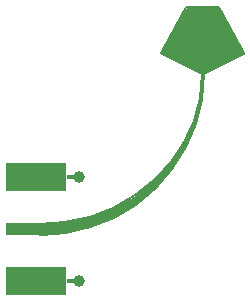
<source format=gtl>
%FSLAX24Y24*%
%MOMM*%
%SFA1B1*%

%IPPOS*%
%ADD10R,5.099990X2.399995*%
%ADD11R,3.099994X1.099998*%
%ADD12R,0.899998X0.449999*%
%ADD13C,0.999998*%
%ADD15C,0.127000*%
%ADD16C,0.253999*%
%LNvivaldi-1*%
%LPD*%
G54D10*
X658499Y574999D03*
Y662999D03*
G54D11*
X648499Y618499D03*
G54D12*
X688499Y662999D03*
Y574999D03*
G54D13*
X694999Y574999D03*
Y662999D03*
G54D15*
X834334Y767835D02*
X834114Y767135D01*
X800375Y749994*
X798641Y728271*
X793555Y707480*
X785214Y687723*
X773827Y669488*
X759683Y653224*
X743110Y639338*
X724535Y628159*
X704396Y619976*
X683211Y614979*
X662645Y613394*
X662114Y613879*
Y623079*
X682932Y624589*
X703842Y629219*
X723720Y636813*
X742074Y647190*
X758432Y660081*
X772410Y675185*
X783667Y692122*
X791901Y710468*
X796928Y729792*
X798648Y749962*
X764855Y767134*
X764635Y767835*
X785299Y806404*
X813659*
X834334Y767835*
G54D16*
X832962Y767706D02*
X833062Y768025D01*
X799165Y750804*
X797382Y728474*
X792345Y707880*
X784083Y688310*
X772803Y670246*
X758790Y654133*
X742370Y640375*
X723965Y629298*
X704009Y621190*
X683016Y616237*
X663096Y614702*
X663384Y614438*
Y621897*
X683116Y623329*
X704208Y628000*
X724262Y635661*
X742784Y646133*
X759296Y659146*
X773411Y674397*
X784783Y691506*
X793103Y710045*
X798184Y729576*
X799986Y750706*
X765907Y768024*
X766007Y767706*
X786060Y805134*
X812899*
X832962Y767706*
X664210Y615442D02*
Y621792D01*
X666496Y615442D02*
Y621792D01*
X668782Y615442D02*
Y621792D01*
X671068Y615950D02*
Y622300D01*
X673354Y615950D02*
Y622300D01*
X675640Y615950D02*
Y622300D01*
X677926Y616458D02*
Y622808D01*
X680212Y616458D02*
Y622808D01*
X682498Y616458D02*
Y622808D01*
X684784Y616966D02*
Y623316D01*
X687070Y617474D02*
Y623824D01*
X689356Y618490D02*
Y624332D01*
X691642Y618998D02*
Y624840D01*
X693928Y619506D02*
Y625348D01*
X696214Y620014D02*
Y625856D01*
X698500Y620522D02*
Y626364D01*
X700786Y621030D02*
Y626872D01*
X703072Y621538D02*
Y627380D01*
X705358Y622554D02*
Y627888D01*
X707644Y623062D02*
Y628904D01*
X709930Y624078D02*
Y629920D01*
X712216Y625094D02*
Y630936D01*
X714502Y626110D02*
Y631952D01*
X716788Y627126D02*
Y632460D01*
X719074Y628142D02*
Y633476D01*
X721360Y628650D02*
Y634492D01*
X723646Y629666D02*
Y635508D01*
X725932Y631190D02*
Y636524D01*
X728218Y632714D02*
Y637540D01*
X730504Y633730D02*
Y639064D01*
X732790Y635254D02*
Y640588D01*
X735076Y636270D02*
Y641604D01*
X737362Y637794D02*
Y643128D01*
X739648Y639318D02*
Y644144D01*
X741934Y640334D02*
Y645668D01*
X744220Y642366D02*
Y647192D01*
X746506Y644398D02*
Y648716D01*
X748792Y646430D02*
Y650748D01*
X751078Y647954D02*
Y652272D01*
X753364Y649986D02*
Y654304D01*
X755650Y652018D02*
Y656336D01*
X757936Y654050D02*
Y657860D01*
X760222Y656082D02*
Y659892D01*
X762508Y659130D02*
Y662432D01*
X764794Y661670D02*
Y664972D01*
X767080Y664210D02*
Y667512D01*
Y767842D02*
Y769112D01*
X769366Y666750D02*
Y669544D01*
Y766826D02*
Y773684D01*
X771652Y669290D02*
Y672084D01*
Y765810D02*
Y777748D01*
X773938Y672338D02*
Y674624D01*
Y764286D02*
Y782320D01*
X776224Y675894D02*
Y678180D01*
Y763270D02*
Y786384D01*
X778510Y679958D02*
Y681736D01*
Y762254D02*
Y790448D01*
X780796Y683514D02*
Y685292D01*
Y761238D02*
Y795020D01*
X783082Y687070D02*
Y688340D01*
Y759714D02*
Y799084D01*
X785368Y692150D02*
Y692404D01*
Y758698D02*
Y803656D01*
X787654Y697230D02*
Y697484D01*
Y757682D02*
Y805180D01*
X789940Y702818D02*
Y702564D01*
Y756666D02*
Y805180D01*
X792226Y708406D02*
Y708152D01*
Y755142D02*
Y805180D01*
X794512Y716534D02*
Y716788D01*
Y754126D02*
Y805180D01*
X796798Y725170D02*
Y725932D01*
Y753110D02*
Y805180D01*
X799084Y740918D02*
Y750824D01*
Y752094D02*
Y805180D01*
X801370Y752602D02*
Y805180D01*
X803656Y753618D02*
Y805180D01*
X805942Y754634D02*
Y805180D01*
X808228Y756158D02*
Y805180D01*
X810514Y757174D02*
Y805180D01*
X812800Y758190D02*
Y805180D01*
X815086Y759206D02*
Y800608D01*
X817372Y760730D02*
Y796544D01*
X819658Y761746D02*
Y791972D01*
X821944Y762762D02*
Y787908D01*
X824230Y764286D02*
Y783336D01*
X826516Y765302D02*
Y779272D01*
X828802Y766318D02*
Y774700D01*
X831088Y767334D02*
Y770636D01*
M02*
</source>
